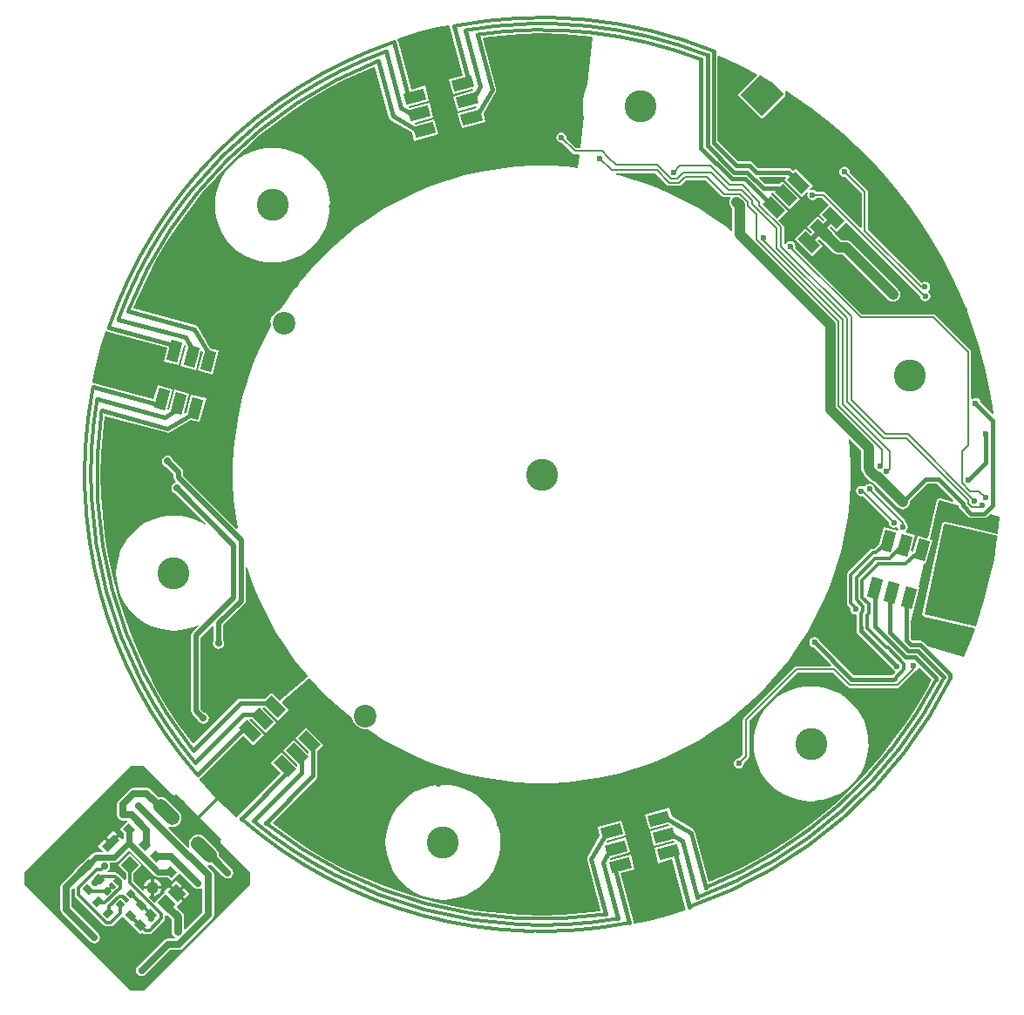
<source format=gtl>
G04 Layer_Physical_Order=1*
G04 Layer_Color=255*
%FSLAX44Y44*%
%MOMM*%
G71*
G01*
G75*
%ADD10C,0.3000*%
G04:AMPARAMS|DCode=11|XSize=1.4mm|YSize=1.1mm|CornerRadius=0mm|HoleSize=0mm|Usage=FLASHONLY|Rotation=135.000|XOffset=0mm|YOffset=0mm|HoleType=Round|Shape=Rectangle|*
%AMROTATEDRECTD11*
4,1,4,0.8839,-0.1061,0.1061,-0.8839,-0.8839,0.1061,-0.1061,0.8839,0.8839,-0.1061,0.0*
%
%ADD11ROTATEDRECTD11*%

G04:AMPARAMS|DCode=12|XSize=0.9mm|YSize=0.8mm|CornerRadius=0mm|HoleSize=0mm|Usage=FLASHONLY|Rotation=315.000|XOffset=0mm|YOffset=0mm|HoleType=Round|Shape=Rectangle|*
%AMROTATEDRECTD12*
4,1,4,-0.6010,0.0353,-0.0353,0.6010,0.6010,-0.0353,0.0353,-0.6010,-0.6010,0.0353,0.0*
%
%ADD12ROTATEDRECTD12*%

G04:AMPARAMS|DCode=13|XSize=0.9mm|YSize=0.7mm|CornerRadius=0mm|HoleSize=0mm|Usage=FLASHONLY|Rotation=315.000|XOffset=0mm|YOffset=0mm|HoleType=Round|Shape=Rectangle|*
%AMROTATEDRECTD13*
4,1,4,-0.5657,0.0707,-0.0707,0.5657,0.5657,-0.0707,0.0707,-0.5657,-0.5657,0.0707,0.0*
%
%ADD13ROTATEDRECTD13*%

G04:AMPARAMS|DCode=14|XSize=1.6mm|YSize=0.8mm|CornerRadius=0mm|HoleSize=0mm|Usage=FLASHONLY|Rotation=225.000|XOffset=0mm|YOffset=0mm|HoleType=Round|Shape=Rectangle|*
%AMROTATEDRECTD14*
4,1,4,0.2828,0.8485,0.8485,0.2828,-0.2828,-0.8485,-0.8485,-0.2828,0.2828,0.8485,0.0*
%
%ADD14ROTATEDRECTD14*%

G04:AMPARAMS|DCode=15|XSize=0.9mm|YSize=0.7mm|CornerRadius=0mm|HoleSize=0mm|Usage=FLASHONLY|Rotation=45.000|XOffset=0mm|YOffset=0mm|HoleType=Round|Shape=Rectangle|*
%AMROTATEDRECTD15*
4,1,4,-0.0707,-0.5657,-0.5657,-0.0707,0.0707,0.5657,0.5657,0.0707,-0.0707,-0.5657,0.0*
%
%ADD15ROTATEDRECTD15*%

G04:AMPARAMS|DCode=16|XSize=3mm|YSize=1.4mm|CornerRadius=0mm|HoleSize=0mm|Usage=FLASHONLY|Rotation=315.000|XOffset=0mm|YOffset=0mm|HoleType=Round|Shape=Round|*
%AMOVALD16*
21,1,1.6000,1.4000,0.0000,0.0000,315.0*
1,1,1.4000,-0.5657,0.5657*
1,1,1.4000,0.5657,-0.5657*
%
%ADD16OVALD16*%

G04:AMPARAMS|DCode=17|XSize=1.1mm|YSize=2mm|CornerRadius=0mm|HoleSize=0mm|Usage=FLASHONLY|Rotation=225.000|XOffset=0mm|YOffset=0mm|HoleType=Round|Shape=Rectangle|*
%AMROTATEDRECTD17*
4,1,4,-0.3182,1.0960,1.0960,-0.3182,0.3182,-1.0960,-1.0960,0.3182,-0.3182,1.0960,0.0*
%
%ADD17ROTATEDRECTD17*%

G04:AMPARAMS|DCode=18|XSize=1.1mm|YSize=2mm|CornerRadius=0mm|HoleSize=0mm|Usage=FLASHONLY|Rotation=285.000|XOffset=0mm|YOffset=0mm|HoleType=Round|Shape=Rectangle|*
%AMROTATEDRECTD18*
4,1,4,-1.1083,0.2724,0.8236,0.7901,1.1083,-0.2724,-0.8236,-0.7901,-1.1083,0.2724,0.0*
%
%ADD18ROTATEDRECTD18*%

G04:AMPARAMS|DCode=19|XSize=1.1mm|YSize=2mm|CornerRadius=0mm|HoleSize=0mm|Usage=FLASHONLY|Rotation=345.000|XOffset=0mm|YOffset=0mm|HoleType=Round|Shape=Rectangle|*
%AMROTATEDRECTD19*
4,1,4,-0.7901,-0.8236,-0.2724,1.1083,0.7901,0.8236,0.2724,-1.1083,-0.7901,-0.8236,0.0*
%
%ADD19ROTATEDRECTD19*%

%ADD20P,0.8485X4X270.0*%
G04:AMPARAMS|DCode=21|XSize=0.4mm|YSize=0.6mm|CornerRadius=0mm|HoleSize=0mm|Usage=FLASHONLY|Rotation=225.000|XOffset=0mm|YOffset=0mm|HoleType=Round|Shape=Rectangle|*
%AMROTATEDRECTD21*
4,1,4,-0.0707,0.3535,0.3535,-0.0707,0.0707,-0.3535,-0.3535,0.0707,-0.0707,0.3535,0.0*
%
%ADD21ROTATEDRECTD21*%

%ADD22C,0.7000*%
%ADD23C,0.6000*%
%ADD24C,0.4000*%
%ADD25C,0.3500*%
%ADD26C,0.5000*%
%ADD27C,0.2000*%
%ADD28C,1.0000*%
%ADD29C,0.8000*%
%ADD30C,1.2000*%
%ADD31P,1.6971X4X360.0*%
G04:AMPARAMS|DCode=32|XSize=2.1001mm|YSize=1.05mm|CornerRadius=0mm|HoleSize=0mm|Usage=FLASHONLY|Rotation=225.000|XOffset=0mm|YOffset=0mm|HoleType=Round|Shape=Round|*
%AMOVALD32*
21,1,1.0500,1.0500,0.0000,0.0000,225.0*
1,1,1.0500,0.3712,0.3712*
1,1,1.0500,-0.3712,-0.3712*
%
%ADD32OVALD32*%

%ADD33C,2.2502*%
%ADD34C,3.1000*%
%ADD35P,1.9799X4X270.0*%
%ADD36C,1.4000*%
%ADD37C,2.2000*%
%ADD38C,0.7000*%
%ADD39C,0.6000*%
%ADD40C,0.8000*%
G36*
X310431Y23238D02*
Y6364D01*
X310671Y4537D01*
X311376Y2834D01*
X311947Y2090D01*
X311984Y1809D01*
X312689Y106D01*
X313811Y-1356D01*
X319669Y-7214D01*
X321132Y-8336D01*
X322835Y-9042D01*
X322923Y-9053D01*
X345732Y-31862D01*
X347195Y-32984D01*
X348898Y-33690D01*
X350725Y-33930D01*
X352552Y-33690D01*
X354255Y-32984D01*
X355717Y-31862D01*
X356839Y-30400D01*
X357545Y-28697D01*
X357785Y-26870D01*
X357635Y-25728D01*
X374335Y-9028D01*
X383684D01*
X399834Y-25178D01*
X399198Y-26278D01*
X387258Y-23074D01*
X387240Y-23073D01*
X387224Y-23065D01*
X386843Y-23047D01*
X386464Y-23022D01*
X386447Y-23028D01*
X386429Y-23027D01*
X386071Y-23155D01*
X385710Y-23277D01*
X385697Y-23289D01*
X385680Y-23295D01*
X384591Y-23949D01*
X384578Y-23960D01*
X384561Y-23967D01*
X384283Y-24228D01*
X384002Y-24483D01*
X383994Y-24499D01*
X383981Y-24511D01*
X383825Y-24858D01*
X383662Y-25203D01*
X383661Y-25220D01*
X383654Y-25237D01*
X375267Y-61421D01*
X374178Y-62075D01*
X364976Y-59609D01*
X361113Y-74026D01*
X360020Y-75119D01*
X358920Y-74484D01*
X363044Y-59092D01*
X353568Y-56553D01*
X353341Y-55177D01*
X354330Y-54517D01*
X355435Y-52863D01*
X355823Y-50912D01*
X355435Y-48961D01*
X354330Y-47307D01*
X353784Y-46942D01*
Y-46669D01*
X353784Y-46669D01*
X353551Y-45498D01*
X352888Y-44506D01*
X352888Y-44506D01*
X323390Y-15008D01*
X323518Y-14364D01*
X323130Y-12413D01*
X322025Y-10759D01*
X320371Y-9654D01*
X318420Y-9266D01*
X316469Y-9654D01*
X314815Y-10759D01*
X314399Y-11381D01*
X312648Y-11739D01*
X312371Y-11553D01*
X310420Y-11165D01*
X308469Y-11553D01*
X306815Y-12659D01*
X305710Y-14312D01*
X305322Y-16263D01*
X305710Y-18214D01*
X306815Y-19868D01*
X308469Y-20973D01*
X310420Y-21361D01*
X312243Y-20999D01*
X337270Y-46025D01*
X337142Y-46669D01*
X337530Y-48620D01*
X338635Y-50274D01*
X340289Y-51379D01*
X342240Y-51767D01*
X344191Y-51379D01*
X344398Y-51241D01*
X345809Y-51825D01*
X346015Y-52863D01*
X346301Y-53291D01*
X345511Y-54394D01*
X332135Y-50809D01*
X327646Y-67562D01*
X323037Y-72171D01*
X321789D01*
X320326Y-72462D01*
X319086Y-73291D01*
X297423Y-94952D01*
X296595Y-96193D01*
X296304Y-97656D01*
Y-124764D01*
X296595Y-126228D01*
X297423Y-127468D01*
X299848Y-129893D01*
X299665Y-130815D01*
X300053Y-132766D01*
X301158Y-134419D01*
X302812Y-135525D01*
X304763Y-135913D01*
X305272Y-135812D01*
X306253Y-136617D01*
Y-147575D01*
X305998Y-148856D01*
Y-151685D01*
X305998Y-151685D01*
X306309Y-153245D01*
X307193Y-154569D01*
X340136Y-187512D01*
X340358Y-188627D01*
X341463Y-190281D01*
X342868Y-191219D01*
X343270Y-192613D01*
X341189Y-194695D01*
X340244Y-195326D01*
X302917D01*
X270097Y-162506D01*
X269875Y-161391D01*
X268770Y-159737D01*
X267116Y-158632D01*
X265165Y-158244D01*
X263214Y-158632D01*
X261560Y-159737D01*
X260455Y-161391D01*
X260067Y-163342D01*
X260455Y-165293D01*
X261560Y-166947D01*
X263214Y-168052D01*
X264329Y-168273D01*
X281328Y-185273D01*
X280842Y-186446D01*
X247488D01*
X247487Y-186446D01*
X246317Y-186679D01*
X245324Y-187342D01*
X245324Y-187342D01*
X196304Y-236362D01*
X195641Y-237355D01*
X195408Y-238525D01*
X195408Y-238526D01*
Y-272614D01*
X192270Y-275751D01*
X191626Y-275623D01*
X189675Y-276012D01*
X188021Y-277117D01*
X186916Y-278771D01*
X186528Y-280721D01*
X186916Y-282672D01*
X188021Y-284326D01*
X189675Y-285431D01*
X191626Y-285819D01*
X193577Y-285431D01*
X195231Y-284326D01*
X196336Y-282672D01*
X196724Y-280721D01*
X196596Y-280077D01*
X200629Y-276044D01*
X200630Y-276044D01*
X201293Y-275051D01*
X201525Y-273881D01*
X201525Y-273881D01*
Y-239792D01*
X248754Y-192563D01*
X282990D01*
X296994Y-206567D01*
X296994Y-206567D01*
X297986Y-207230D01*
X299156Y-207463D01*
X299157Y-207463D01*
X345725D01*
X345725Y-207463D01*
X346895Y-207230D01*
X347888Y-206567D01*
X363368Y-191087D01*
X363368Y-191087D01*
X363757Y-190504D01*
X364810Y-189801D01*
X365887Y-188189D01*
X366030Y-188012D01*
X367243Y-187749D01*
X379052Y-199557D01*
X374336Y-208504D01*
X364307Y-225569D01*
X353501Y-242154D01*
X341940Y-258221D01*
X329650Y-273738D01*
X316656Y-288670D01*
X302986Y-302986D01*
X288670Y-316656D01*
X273738Y-329650D01*
X258221Y-341940D01*
X242154Y-353501D01*
X225569Y-364307D01*
X208504Y-374336D01*
X190993Y-383566D01*
X173075Y-391978D01*
X162910Y-396188D01*
X161772Y-395626D01*
X148730Y-346956D01*
X148027Y-345529D01*
X146830Y-344480D01*
X146830Y-344480D01*
X126152Y-332541D01*
X123892Y-324106D01*
X100709Y-330318D01*
X104592Y-344807D01*
X122680Y-339960D01*
X123620Y-340630D01*
X123449Y-341824D01*
X105109Y-346739D01*
X108992Y-361227D01*
X128046Y-356122D01*
X128986Y-356792D01*
X128815Y-357986D01*
X109509Y-363159D01*
X113392Y-377648D01*
X126839Y-374045D01*
X139487Y-421248D01*
X139865Y-422015D01*
X139358Y-423506D01*
X123567Y-428485D01*
X104851Y-433500D01*
X90538Y-436673D01*
X89448Y-435614D01*
X89378Y-434545D01*
X76762Y-387463D01*
X90209Y-383860D01*
X86327Y-369371D01*
X67021Y-374544D01*
X66276Y-373595D01*
X66755Y-372545D01*
X85809Y-367439D01*
X81927Y-352950D01*
X63587Y-357865D01*
X62842Y-356916D01*
X63321Y-355865D01*
X81410Y-351018D01*
X77527Y-336530D01*
X54345Y-342741D01*
X56605Y-351176D01*
X44667Y-371854D01*
X44666Y-371854D01*
X44155Y-373361D01*
X44259Y-374949D01*
X57303Y-423630D01*
X56589Y-424681D01*
X39536Y-426660D01*
X19789Y-428030D01*
X0Y-428487D01*
X-19789Y-428030D01*
X-39536Y-426660D01*
X-59198Y-424378D01*
X-78734Y-421191D01*
X-98102Y-417106D01*
X-117261Y-412130D01*
X-136170Y-406275D01*
X-154788Y-399552D01*
X-173075Y-391978D01*
X-190993Y-383566D01*
X-208504Y-374336D01*
X-225569Y-364307D01*
X-242154Y-353501D01*
X-258221Y-341940D01*
X-261513Y-339333D01*
X-261586Y-338065D01*
X-219148Y-295626D01*
X-219148Y-295626D01*
X-218264Y-294303D01*
X-217953Y-292742D01*
X-217953Y-292742D01*
Y-268865D01*
X-211779Y-262690D01*
X-228749Y-245720D01*
X-239356Y-256326D01*
X-226114Y-269568D01*
X-226224Y-270717D01*
X-227344Y-271166D01*
X-240770Y-257740D01*
X-251376Y-268347D01*
X-237428Y-282296D01*
X-237538Y-283445D01*
X-238658Y-283894D01*
X-252791Y-269761D01*
X-263397Y-280368D01*
X-253553Y-290212D01*
X-294909Y-331567D01*
X-295514Y-332474D01*
X-296981Y-332852D01*
X-307812Y-322927D01*
X-314662Y-316077D01*
X-321513Y-309226D01*
X-332752Y-296961D01*
X-332400Y-295465D01*
X-331567Y-294908D01*
X-290212Y-253553D01*
X-280368Y-263397D01*
X-269761Y-252791D01*
X-283894Y-238658D01*
X-283445Y-237538D01*
X-282295Y-237428D01*
X-268347Y-251376D01*
X-257740Y-240770D01*
X-271166Y-227344D01*
X-270717Y-226224D01*
X-269568Y-226114D01*
X-256326Y-239356D01*
X-245720Y-228749D01*
X-252305Y-222164D01*
X-252259Y-220895D01*
X-226277Y-198421D01*
X-226170Y-198418D01*
X-225105Y-198509D01*
X-224831Y-198631D01*
X-218084Y-206180D01*
X-212132Y-212132D01*
X-206180Y-218084D01*
X-193628Y-229301D01*
X-184037Y-236950D01*
X-184033Y-237036D01*
X-183004Y-240301D01*
X-181164Y-243188D01*
X-178641Y-245500D01*
X-175604Y-247081D01*
X-172263Y-247822D01*
X-169337Y-247694D01*
X-166737Y-249539D01*
X-152483Y-258496D01*
X-137749Y-266639D01*
X-122582Y-273943D01*
X-107029Y-280385D01*
X-91139Y-285945D01*
X-74962Y-290605D01*
X-58550Y-294351D01*
X-41954Y-297171D01*
X-25225Y-299056D01*
X-8417Y-300000D01*
X8417Y-300000D01*
X25225Y-299056D01*
X41954Y-297171D01*
X58550Y-294351D01*
X74962Y-290605D01*
X91139Y-285945D01*
X107029Y-280385D01*
X122582Y-273943D01*
X137749Y-266639D01*
X152483Y-258496D01*
X166737Y-249539D01*
X180466Y-239797D01*
X193628Y-229301D01*
X206180Y-218084D01*
X212132Y-212132D01*
X218084Y-206180D01*
X229301Y-193628D01*
X239797Y-180466D01*
X249539Y-166737D01*
X258496Y-152483D01*
X266639Y-137749D01*
X273943Y-122582D01*
X280385Y-107029D01*
X285945Y-91139D01*
X290605Y-74962D01*
X294351Y-58550D01*
X297171Y-41954D01*
X299056Y-25225D01*
X300000Y-8417D01*
Y8417D01*
X299056Y25225D01*
X298079Y33894D01*
X299223Y34445D01*
X310431Y23238D01*
D02*
G37*
G36*
X-358965Y-310881D02*
X-358964Y-310881D01*
X-357972Y-311544D01*
X-356801Y-311777D01*
X-355631Y-311544D01*
X-354639Y-310881D01*
X-347685Y-317835D01*
X-311235Y-354285D01*
X-311898Y-355277D01*
X-312131Y-356448D01*
X-311898Y-357618D01*
X-311235Y-358611D01*
X-283666Y-386179D01*
X-283666Y-398646D01*
X-386874Y-501854D01*
X-399340D01*
X-502549Y-398646D01*
Y-386179D01*
X-399340Y-282971D01*
X-386874D01*
X-358965Y-310881D01*
D02*
G37*
G36*
X418125Y-53838D02*
X442921Y-59899D01*
X442706Y-61755D01*
X439381Y-82135D01*
X435119Y-102339D01*
X429929Y-122325D01*
X423820Y-142050D01*
X421819Y-147593D01*
X371844Y-136060D01*
X390720Y-48671D01*
X391789Y-47986D01*
X418125Y-53838D01*
D02*
G37*
G36*
X404455Y-29799D02*
X405011Y-30356D01*
X405254Y-31573D01*
X406138Y-32896D01*
X406138Y-32896D01*
X414309Y-41068D01*
X414309Y-41068D01*
X415632Y-41952D01*
X417193Y-42262D01*
X417193Y-42262D01*
X429921D01*
X429921Y-42262D01*
X431482Y-41952D01*
X432805Y-41068D01*
X432805Y-41068D01*
X435692Y-38180D01*
X445122Y-40710D01*
X445085Y-41243D01*
X443269Y-56905D01*
X442226Y-57630D01*
X418610Y-51857D01*
X418588Y-51856D01*
X418568Y-51847D01*
X392232Y-45995D01*
X392229Y-45995D01*
X392226Y-45993D01*
X391825Y-45986D01*
X391436Y-45977D01*
X391433Y-45978D01*
X391430Y-45978D01*
X391062Y-46122D01*
X390695Y-46265D01*
X390692Y-46267D01*
X390689Y-46268D01*
X389620Y-46953D01*
X389618Y-46955D01*
X389615Y-46957D01*
X389329Y-47234D01*
X389047Y-47505D01*
X389045Y-47508D01*
X389043Y-47510D01*
X388887Y-47870D01*
X388728Y-48234D01*
X388728Y-48237D01*
X388727Y-48240D01*
X369850Y-135630D01*
X369844Y-136014D01*
X369832Y-136397D01*
X369837Y-136411D01*
X369837Y-136426D01*
X369978Y-136783D01*
X370114Y-137141D01*
X370124Y-137152D01*
X370130Y-137165D01*
X370397Y-137442D01*
X370660Y-137721D01*
X370673Y-137727D01*
X370683Y-137737D01*
X371035Y-137890D01*
X371385Y-138047D01*
X420189Y-149310D01*
X420797Y-150425D01*
X416808Y-161472D01*
X410128Y-177598D01*
X375408Y-167408D01*
X370600Y-162600D01*
X369277Y-161716D01*
X367716Y-161406D01*
X367716Y-161406D01*
X360213D01*
X358339Y-159531D01*
Y-143484D01*
X360749Y-133087D01*
X360830Y-133038D01*
X360830D01*
X367042Y-109856D01*
X366186Y-109627D01*
X371403Y-87123D01*
X372491Y-86470D01*
X373253Y-86674D01*
X379465Y-63492D01*
X377031Y-62839D01*
X385640Y-25697D01*
X386729Y-25044D01*
X404455Y-29799D01*
D02*
G37*
G36*
X-89461Y435642D02*
X-89393Y434603D01*
X-76762Y387463D01*
X-90209Y383860D01*
X-86327Y369371D01*
X-67021Y374544D01*
X-66276Y373595D01*
X-66755Y372545D01*
X-85809Y367439D01*
X-81927Y352950D01*
X-63587Y357865D01*
X-62842Y356916D01*
X-63321Y355865D01*
X-81410Y351018D01*
X-77527Y336530D01*
X-54345Y342741D01*
X-56605Y351176D01*
X-44667Y371854D01*
X-44666Y371854D01*
X-44155Y373361D01*
X-44259Y374949D01*
X-44259Y374949D01*
X-57303Y423630D01*
X-56589Y424681D01*
X-39536Y426660D01*
X-19789Y428030D01*
X0Y428487D01*
X19789Y428030D01*
X39536Y426660D01*
X49021Y425559D01*
X49809Y424563D01*
X44531Y379575D01*
X44125Y378752D01*
X41776Y371832D01*
X40351Y364664D01*
X39873Y357372D01*
X40351Y350079D01*
X40804Y347802D01*
X37232Y317357D01*
X33451D01*
X24062Y326746D01*
X24190Y327390D01*
X23802Y329341D01*
X22697Y330995D01*
X21043Y332100D01*
X19092Y332488D01*
X17141Y332100D01*
X15487Y330995D01*
X14382Y329341D01*
X13994Y327390D01*
X14382Y325439D01*
X15487Y323786D01*
X17141Y322681D01*
X19092Y322293D01*
X19736Y322421D01*
X30021Y312136D01*
X30021Y312136D01*
X31013Y311473D01*
X32184Y311240D01*
X32184Y311240D01*
X35559D01*
X36403Y310291D01*
X34956Y297960D01*
X25225Y299056D01*
X8417Y300000D01*
X-8417D01*
X-25225Y299056D01*
X-41954Y297171D01*
X-58550Y294351D01*
X-74962Y290605D01*
X-91139Y285945D01*
X-107029Y280385D01*
X-122582Y273943D01*
X-137749Y266639D01*
X-152483Y258496D01*
X-166737Y249539D01*
X-180466Y239797D01*
X-193628Y229301D01*
X-206180Y218084D01*
X-212132Y212132D01*
X-218084Y206180D01*
X-229301Y193628D01*
X-239797Y180466D01*
X-249539Y166737D01*
X-254070Y159525D01*
X-255857Y158962D01*
X-258744Y157123D01*
X-261057Y154599D01*
X-262637Y151563D01*
X-263378Y148221D01*
X-263229Y144801D01*
X-263051Y144239D01*
X-266639Y137749D01*
X-273943Y122582D01*
X-280385Y107029D01*
X-285945Y91139D01*
X-290605Y74962D01*
X-294351Y58550D01*
X-297171Y41954D01*
X-299056Y25225D01*
X-300000Y8417D01*
Y-8417D01*
X-299056Y-25225D01*
X-297171Y-41954D01*
X-295462Y-52013D01*
X-296590Y-52596D01*
X-348258Y-928D01*
Y2121D01*
X-348607Y3877D01*
X-349602Y5366D01*
X-358064Y13828D01*
X-358272Y14874D01*
X-359488Y16693D01*
X-361307Y17909D01*
X-363453Y18336D01*
X-365599Y17909D01*
X-367418Y16693D01*
X-368634Y14874D01*
X-369061Y12728D01*
X-368634Y10582D01*
X-367418Y8763D01*
X-365599Y7547D01*
X-364552Y7339D01*
X-357434Y221D01*
Y-2828D01*
X-357085Y-4584D01*
X-356091Y-6073D01*
X-355276Y-6887D01*
X-355645Y-8103D01*
X-356407Y-8254D01*
X-358226Y-9470D01*
X-359441Y-11289D01*
X-359868Y-13435D01*
X-359441Y-15581D01*
X-358226Y-17400D01*
X-356407Y-18616D01*
X-355360Y-18824D01*
X-326173Y-48012D01*
X-326982Y-48998D01*
X-329437Y-47358D01*
X-335991Y-44125D01*
X-342912Y-41776D01*
X-350079Y-40351D01*
X-357372Y-39873D01*
X-364664Y-40351D01*
X-371832Y-41776D01*
X-378752Y-44125D01*
X-385307Y-47358D01*
X-391383Y-51418D01*
X-396878Y-56237D01*
X-401696Y-61731D01*
X-405756Y-67807D01*
X-408988Y-74362D01*
X-411338Y-81282D01*
X-412763Y-88450D01*
X-413241Y-95742D01*
X-412763Y-103035D01*
X-411338Y-110202D01*
X-408988Y-117123D01*
X-405756Y-123677D01*
X-401696Y-129754D01*
X-396878Y-135248D01*
X-391383Y-140067D01*
X-385307Y-144127D01*
X-378752Y-147359D01*
X-371832Y-149708D01*
X-364664Y-151134D01*
X-357372Y-151612D01*
X-350079Y-151134D01*
X-342912Y-149708D01*
X-335991Y-147359D01*
X-333782Y-146269D01*
X-333042Y-147302D01*
X-339120Y-153380D01*
X-340115Y-154868D01*
X-340464Y-156624D01*
Y-229810D01*
X-340115Y-231565D01*
X-339120Y-233054D01*
X-334194Y-237980D01*
X-333985Y-239027D01*
X-332770Y-240846D01*
X-330951Y-242062D01*
X-328805Y-242488D01*
X-326659Y-242062D01*
X-324839Y-240846D01*
X-323624Y-239027D01*
X-323197Y-236881D01*
X-323624Y-234735D01*
X-324839Y-232915D01*
X-326659Y-231700D01*
X-327705Y-231492D01*
X-331288Y-227909D01*
Y-158525D01*
X-319606Y-146843D01*
X-318433Y-147329D01*
Y-160905D01*
X-319025Y-161792D01*
X-319452Y-163938D01*
X-319025Y-166084D01*
X-317810Y-167903D01*
X-315991Y-169119D01*
X-313845Y-169546D01*
X-311699Y-169119D01*
X-309879Y-167903D01*
X-308664Y-166084D01*
X-308237Y-163938D01*
X-308664Y-161792D01*
X-309256Y-160905D01*
Y-146393D01*
X-288878Y-126014D01*
X-287883Y-124525D01*
X-287534Y-122770D01*
Y-90167D01*
X-286276Y-89990D01*
X-285945Y-91139D01*
X-280385Y-107029D01*
X-273943Y-122582D01*
X-266639Y-137749D01*
X-258496Y-152483D01*
X-249539Y-166737D01*
X-239797Y-180466D01*
X-229301Y-193628D01*
X-227529Y-195611D01*
X-227611Y-196878D01*
X-254410Y-220059D01*
X-262690Y-211779D01*
X-268865Y-217953D01*
X-292742Y-217953D01*
X-292742Y-217953D01*
X-294303Y-218264D01*
X-295626Y-219148D01*
X-338065Y-261586D01*
X-339333Y-261513D01*
X-341940Y-258221D01*
X-353501Y-242154D01*
X-364307Y-225569D01*
X-374336Y-208504D01*
X-383566Y-190993D01*
X-391978Y-173075D01*
X-399552Y-154788D01*
X-406275Y-136170D01*
X-412130Y-117261D01*
X-417106Y-98102D01*
X-421191Y-78734D01*
X-424378Y-59198D01*
X-426660Y-39536D01*
X-428030Y-19789D01*
X-428487Y0D01*
X-428030Y19789D01*
X-426660Y39536D01*
X-424759Y55917D01*
X-423708Y56630D01*
X-364342Y40724D01*
X-362755Y40619D01*
X-361248Y41131D01*
X-361248Y41131D01*
X-340569Y53070D01*
X-332135Y50809D01*
X-325923Y73992D01*
X-340412Y77874D01*
X-345259Y59786D01*
X-346309Y59307D01*
X-347258Y60052D01*
X-342344Y78392D01*
X-356833Y82274D01*
X-361938Y63220D01*
X-362989Y62741D01*
X-363937Y63486D01*
X-358764Y82792D01*
X-373253Y86674D01*
X-376856Y73227D01*
X-434740Y88736D01*
X-435793Y88805D01*
X-436858Y89900D01*
X-434033Y103140D01*
X-428810Y123061D01*
X-423873Y138877D01*
X-422407Y139312D01*
X-421482Y138856D01*
X-421468Y138853D01*
X-363438Y123303D01*
X-367042Y109856D01*
X-352553Y105974D01*
X-347380Y125280D01*
X-346186Y125450D01*
X-345515Y124510D01*
X-350621Y105456D01*
X-336132Y101574D01*
X-331218Y119914D01*
X-330024Y120085D01*
X-329353Y119144D01*
X-334200Y101056D01*
X-319711Y97174D01*
X-313500Y120356D01*
X-321934Y122616D01*
X-333873Y143294D01*
X-333873Y143295D01*
X-334922Y144491D01*
X-336349Y145195D01*
X-336350D01*
X-395885Y161147D01*
X-396446Y162286D01*
X-391978Y173075D01*
X-383566Y190993D01*
X-374336Y208504D01*
X-364307Y225569D01*
X-353501Y242154D01*
X-341940Y258221D01*
X-329650Y273738D01*
X-316656Y288670D01*
X-302986Y302986D01*
X-288670Y316656D01*
X-273738Y329650D01*
X-258221Y341940D01*
X-242154Y353501D01*
X-225569Y364307D01*
X-208504Y374336D01*
X-190993Y383566D01*
X-173075Y391978D01*
X-162911Y396188D01*
X-161772Y395626D01*
X-148730Y346956D01*
X-148027Y345529D01*
X-146830Y344480D01*
X-146830Y344480D01*
X-126152Y332541D01*
X-123892Y324106D01*
X-100709Y330318D01*
X-104592Y344807D01*
X-122680Y339960D01*
X-123620Y340630D01*
X-123449Y341824D01*
X-105109Y346739D01*
X-108992Y361227D01*
X-128046Y356122D01*
X-128986Y356792D01*
X-128815Y357986D01*
X-109509Y363159D01*
X-113392Y377648D01*
X-126839Y374045D01*
X-139472Y421194D01*
X-139984Y422232D01*
X-139602Y423679D01*
X-121418Y429278D01*
X-101477Y434424D01*
X-90560Y436710D01*
X-89461Y435642D01*
D02*
G37*
G36*
X216905Y384843D02*
X224985Y380262D01*
X234830Y370451D01*
X234831Y369181D01*
X232638Y366988D01*
X213900Y348250D01*
X193040Y369110D01*
X211779Y387848D01*
X216905Y384843D01*
D02*
G37*
G36*
X121681Y281287D02*
X121681Y281287D01*
X122674Y280623D01*
X123844Y280391D01*
X133543D01*
X133543Y280390D01*
X134713Y280623D01*
X135706Y281287D01*
X140567Y286148D01*
X159246D01*
X175100Y270294D01*
X176092Y269631D01*
X177262Y269399D01*
X183037D01*
X183598Y268260D01*
X183390Y267988D01*
X182684Y266285D01*
X182444Y264457D01*
X182684Y262630D01*
X183390Y260927D01*
X184512Y259465D01*
X185273Y258704D01*
Y237428D01*
X184128Y236877D01*
X180466Y239797D01*
X166737Y249539D01*
X152483Y258496D01*
X137749Y266639D01*
X122582Y273943D01*
X107029Y280385D01*
X91139Y285945D01*
X74962Y290605D01*
X72174Y291242D01*
X72317Y292512D01*
X110456D01*
X121681Y281287D01*
D02*
G37*
G36*
X178155Y404374D02*
X195716Y396185D01*
X208913Y389315D01*
X209106Y388060D01*
X191598Y370552D01*
X191156Y369890D01*
X191001Y369110D01*
X191156Y368329D01*
X191598Y367668D01*
X191598Y367668D01*
X212458Y346808D01*
X212458Y346808D01*
X213120Y346366D01*
X213900Y346211D01*
X214680Y346366D01*
X215342Y346808D01*
X234080Y365546D01*
X234080Y365546D01*
X236273Y367739D01*
X236273Y367740D01*
X236274Y367741D01*
X236496Y368073D01*
X236715Y368401D01*
X236715Y368402D01*
X236716Y368402D01*
X236792Y368786D01*
X236870Y369181D01*
X236870Y369182D01*
X236870Y369183D01*
X236869Y370453D01*
X236869Y370454D01*
X236869Y370455D01*
X236791Y370844D01*
X236713Y371233D01*
X236713Y371234D01*
X236712Y371235D01*
X236495Y371559D01*
X236271Y371894D01*
X236350Y371996D01*
X237043Y372861D01*
X246025Y367139D01*
X261897Y356025D01*
X277269Y344230D01*
X292112Y331775D01*
X306398Y318685D01*
X313248Y311834D01*
X320099Y304984D01*
X333189Y290698D01*
X345644Y275855D01*
X357439Y260483D01*
X368553Y244611D01*
X378964Y228269D01*
X388652Y211488D01*
X397599Y194302D01*
X405788Y176741D01*
X413203Y158840D01*
X419830Y140632D01*
X425657Y122152D01*
X430671Y103436D01*
X434865Y84519D01*
X438230Y65437D01*
X439059Y59142D01*
X437920Y58580D01*
X426367Y70132D01*
X426146Y71247D01*
X425040Y72901D01*
X423386Y74006D01*
X421436Y74394D01*
X419485Y74006D01*
X418451Y73315D01*
X417180Y73994D01*
Y119249D01*
X417180Y119249D01*
X416948Y120419D01*
X416285Y121412D01*
X416285Y121412D01*
X383041Y154655D01*
X382049Y155318D01*
X380878Y155551D01*
X380878Y155551D01*
X311223D01*
X246329Y220444D01*
X246575Y221678D01*
X246187Y223629D01*
X245082Y225283D01*
X243428Y226388D01*
X241477Y226776D01*
X239526Y226388D01*
X237872Y225283D01*
X237213Y224297D01*
X235681Y223909D01*
X235564Y223939D01*
X235333Y224111D01*
Y240780D01*
X235100Y241951D01*
X234437Y242943D01*
X230205Y247175D01*
X239356Y256326D01*
X223307Y272375D01*
X223769Y273553D01*
X224837Y273674D01*
X240770Y257740D01*
X251376Y268347D01*
X234406Y285318D01*
X231060Y281971D01*
X217357D01*
X211131Y288198D01*
X211616Y289371D01*
X236663D01*
X237189Y288101D01*
X235820Y286732D01*
X252791Y269761D01*
X257405Y274375D01*
X258391Y273566D01*
X258334Y273480D01*
X257946Y271529D01*
X258334Y269578D01*
X259439Y267924D01*
X261093Y266819D01*
X263044Y266431D01*
X264995Y266819D01*
X266649Y267924D01*
X267013Y268470D01*
X272383D01*
X278912Y261942D01*
X269761Y252791D01*
X275002Y247550D01*
X273588Y246136D01*
X268347Y251376D01*
X257740Y240770D01*
X262981Y235529D01*
X261567Y234115D01*
X256326Y239356D01*
X245720Y228749D01*
X262690Y211779D01*
X273297Y222385D01*
X268056Y227626D01*
X269470Y229040D01*
X274711Y223799D01*
X275022Y224110D01*
X283507Y215625D01*
X284969Y214503D01*
X286672Y213797D01*
X288500Y213557D01*
X292646D01*
X336187Y170016D01*
X337649Y168895D01*
X339352Y168189D01*
X341179Y167949D01*
X343006Y168189D01*
X344709Y168895D01*
X346171Y170016D01*
X347294Y171479D01*
X347999Y173182D01*
X348239Y175009D01*
X347999Y176836D01*
X347294Y178539D01*
X346171Y180001D01*
X300563Y225610D01*
X299101Y226732D01*
X297398Y227437D01*
X295571Y227678D01*
X291424D01*
X285007Y234095D01*
X285318Y234406D01*
X280077Y239647D01*
X281491Y241061D01*
X286732Y235820D01*
X295883Y244971D01*
X367558Y173295D01*
X367547Y173241D01*
X367935Y171290D01*
X369040Y169636D01*
X370694Y168531D01*
X372645Y168143D01*
X374596Y168531D01*
X376250Y169636D01*
X377355Y171290D01*
X377743Y173241D01*
X377355Y175192D01*
X376250Y176846D01*
X375792Y177152D01*
Y178193D01*
X375947Y178576D01*
X376991Y180140D01*
X377379Y182090D01*
X376991Y184041D01*
X375886Y185695D01*
X374232Y186800D01*
X372281Y187188D01*
X370330Y186800D01*
X369150Y186012D01*
X317014Y238148D01*
Y274357D01*
X317014Y274357D01*
X316781Y275528D01*
X316118Y276520D01*
X316118Y276520D01*
X299126Y293512D01*
X299254Y294156D01*
X298866Y296107D01*
X297761Y297761D01*
X296107Y298866D01*
X294156Y299254D01*
X292206Y298866D01*
X290552Y297761D01*
X289447Y296107D01*
X289058Y294156D01*
X289447Y292206D01*
X290552Y290552D01*
X292206Y289447D01*
X294156Y289058D01*
X294800Y289187D01*
X310897Y273090D01*
Y240268D01*
X309723Y239782D01*
X275813Y273692D01*
X274821Y274355D01*
X273650Y274588D01*
X273650Y274588D01*
X267013D01*
X266649Y275134D01*
X264995Y276239D01*
X263044Y276627D01*
X261093Y276239D01*
X261007Y276182D01*
X260197Y277168D01*
X263397Y280368D01*
X246427Y297338D01*
X244007Y294919D01*
X242593Y296333D01*
X242593Y296333D01*
X241270Y297217D01*
X239709Y297528D01*
X239709Y297528D01*
X210286D01*
X204409Y303404D01*
X203086Y304288D01*
X201525Y304599D01*
X201525Y304599D01*
X190487D01*
X170935Y324151D01*
Y406222D01*
X171991Y406927D01*
X178155Y404374D01*
D02*
G37*
%LPC*%
G36*
X-95742Y-301502D02*
X-103035Y-301980D01*
X-110202Y-303406D01*
X-117123Y-305755D01*
X-123677Y-308987D01*
X-129754Y-313048D01*
X-135248Y-317866D01*
X-140067Y-323360D01*
X-144127Y-329437D01*
X-147359Y-335991D01*
X-149708Y-342912D01*
X-151134Y-350079D01*
X-151612Y-357372D01*
X-151134Y-364664D01*
X-149708Y-371832D01*
X-147359Y-378752D01*
X-144127Y-385307D01*
X-140067Y-391383D01*
X-135248Y-396878D01*
X-129754Y-401696D01*
X-123677Y-405756D01*
X-117123Y-408988D01*
X-110202Y-411338D01*
X-103035Y-412763D01*
X-95742Y-413241D01*
X-88450Y-412763D01*
X-81282Y-411338D01*
X-74362Y-408988D01*
X-67807Y-405756D01*
X-61731Y-401696D01*
X-56237Y-396878D01*
X-51418Y-391383D01*
X-47358Y-385307D01*
X-44125Y-378752D01*
X-41776Y-371832D01*
X-40351Y-364664D01*
X-39873Y-357372D01*
X-40351Y-350079D01*
X-41776Y-342912D01*
X-44125Y-335991D01*
X-47358Y-329437D01*
X-51418Y-323360D01*
X-56237Y-317866D01*
X-61731Y-313048D01*
X-67807Y-308987D01*
X-74362Y-305755D01*
X-81282Y-303406D01*
X-88450Y-301980D01*
X-95742Y-301502D01*
D02*
G37*
G36*
X261630Y-205760D02*
X254337Y-206238D01*
X247169Y-207664D01*
X240249Y-210013D01*
X233695Y-213245D01*
X227618Y-217305D01*
X222124Y-222124D01*
X217305Y-227618D01*
X213245Y-233695D01*
X210013Y-240249D01*
X207664Y-247169D01*
X206238Y-254337D01*
X205760Y-261630D01*
X206238Y-268922D01*
X207664Y-276090D01*
X210013Y-283010D01*
X213245Y-289564D01*
X217305Y-295641D01*
X222124Y-301135D01*
X227618Y-305954D01*
X233695Y-310014D01*
X240249Y-313246D01*
X247169Y-315595D01*
X254337Y-317021D01*
X261630Y-317499D01*
X268922Y-317021D01*
X276090Y-315595D01*
X283010Y-313246D01*
X289564Y-310014D01*
X295641Y-305954D01*
X301135Y-301135D01*
X305954Y-295641D01*
X310014Y-289564D01*
X313246Y-283010D01*
X315595Y-276090D01*
X317021Y-268922D01*
X317499Y-261630D01*
X317021Y-254337D01*
X315595Y-247169D01*
X313246Y-240249D01*
X310014Y-233695D01*
X305954Y-227618D01*
X301135Y-222124D01*
X295641Y-217305D01*
X289564Y-213245D01*
X283010Y-210013D01*
X276090Y-207664D01*
X268922Y-206238D01*
X261630Y-205760D01*
D02*
G37*
G36*
X-416148Y-346088D02*
X-422540Y-352480D01*
X-418977Y-356044D01*
X-412584Y-349652D01*
X-416148Y-346088D01*
D02*
G37*
G36*
X-383621Y-304475D02*
X-396349D01*
X-398495Y-304901D01*
X-400314Y-306117D01*
X-410921Y-316723D01*
X-412137Y-318543D01*
X-412564Y-320689D01*
Y-330588D01*
X-412137Y-332734D01*
X-410921Y-334554D01*
X-409102Y-335769D01*
X-406956Y-336196D01*
X-403046D01*
X-402520Y-337466D01*
X-409784Y-344730D01*
X-406043Y-348471D01*
Y-354397D01*
X-407313Y-354923D01*
X-410463Y-351773D01*
X-417916Y-359226D01*
X-418977Y-358166D01*
X-420037Y-359226D01*
X-424662Y-354602D01*
X-431054Y-360994D01*
X-426012Y-366036D01*
X-426498Y-367210D01*
X-433119D01*
X-435070Y-367598D01*
X-436724Y-368703D01*
X-439552Y-371531D01*
X-440190Y-370893D01*
X-446913Y-377616D01*
X-447330Y-377895D01*
X-447609Y-378313D01*
X-454332Y-385036D01*
X-454055Y-385313D01*
X-466075Y-397334D01*
X-467291Y-399153D01*
X-467718Y-401299D01*
Y-422512D01*
X-467291Y-424658D01*
X-466075Y-426478D01*
X-438498Y-454055D01*
X-436679Y-455270D01*
X-434533Y-455697D01*
X-432387Y-455270D01*
X-430568Y-454055D01*
X-429352Y-452235D01*
X-428925Y-450089D01*
X-429352Y-447943D01*
X-430568Y-446124D01*
X-456502Y-420189D01*
Y-403622D01*
X-454558Y-401678D01*
X-453288Y-402204D01*
Y-408708D01*
X-453017Y-410073D01*
X-452243Y-411231D01*
X-425373Y-438101D01*
X-424216Y-438875D01*
X-422850Y-439146D01*
X-418607D01*
X-417242Y-438875D01*
X-416084Y-438101D01*
X-407261Y-429278D01*
X-398824Y-437715D01*
X-398824Y-437715D01*
X-389632Y-446907D01*
X-387912Y-445188D01*
X-387559Y-445542D01*
X-386401Y-446315D01*
X-385036Y-446587D01*
X-380793D01*
X-379427Y-446315D01*
X-378270Y-445542D01*
X-366956Y-434228D01*
X-366182Y-433070D01*
X-365911Y-431705D01*
Y-428584D01*
X-364641Y-428058D01*
X-363822Y-428876D01*
X-363552Y-428606D01*
X-359687Y-432471D01*
Y-444079D01*
X-359221Y-446420D01*
X-357895Y-448405D01*
X-356143Y-449576D01*
X-356302Y-450715D01*
X-356354Y-450846D01*
X-363115D01*
X-365261Y-451273D01*
X-367080Y-452488D01*
X-392536Y-477944D01*
X-393752Y-479763D01*
X-394179Y-481909D01*
X-393752Y-484055D01*
X-392536Y-485874D01*
X-390717Y-487090D01*
X-388571Y-487517D01*
X-386425Y-487090D01*
X-384606Y-485874D01*
X-360792Y-462061D01*
X-352509D01*
X-350363Y-461634D01*
X-348543Y-460419D01*
X-319890Y-431765D01*
X-318674Y-429946D01*
X-318247Y-427800D01*
Y-389227D01*
X-318674Y-387081D01*
X-319890Y-385262D01*
X-324546Y-380605D01*
X-323953Y-379403D01*
X-322441Y-379602D01*
X-320830Y-379390D01*
X-309098Y-391122D01*
X-307278Y-392338D01*
X-305133Y-392765D01*
X-302987Y-392338D01*
X-301167Y-391122D01*
X-299952Y-389303D01*
X-299525Y-387157D01*
X-299952Y-385011D01*
X-301167Y-383192D01*
X-313418Y-370941D01*
X-313363Y-370524D01*
X-313672Y-368175D01*
X-314579Y-365985D01*
X-316022Y-364105D01*
X-327336Y-352791D01*
X-329216Y-351349D01*
X-331405Y-350442D01*
X-333754Y-350133D01*
X-336104Y-350442D01*
X-338293Y-351349D01*
X-340173Y-352791D01*
X-341616Y-354672D01*
X-342523Y-356861D01*
X-342832Y-359210D01*
X-342523Y-361560D01*
X-342239Y-362244D01*
X-343316Y-362963D01*
X-362963Y-343316D01*
X-362244Y-342239D01*
X-361560Y-342523D01*
X-359210Y-342832D01*
X-356861Y-342523D01*
X-354672Y-341616D01*
X-352791Y-340173D01*
X-351349Y-338293D01*
X-350442Y-336104D01*
X-350133Y-333754D01*
X-350442Y-331405D01*
X-351349Y-329216D01*
X-352791Y-327336D01*
X-364105Y-316022D01*
X-365985Y-314579D01*
X-368175Y-313672D01*
X-370524Y-313363D01*
X-371909Y-313545D01*
X-379740Y-306035D01*
X-380614Y-305477D01*
X-381475Y-304901D01*
X-381534Y-304890D01*
X-381584Y-304858D01*
X-382605Y-304677D01*
X-383621Y-304475D01*
D02*
G37*
%LPD*%
G36*
X-376266Y-389701D02*
X-374612Y-390806D01*
X-372661Y-391194D01*
X-363321D01*
X-359580Y-394935D01*
X-351862Y-387217D01*
X-337720Y-401359D01*
X-335900Y-402575D01*
X-333754Y-403002D01*
X-331608Y-402575D01*
X-330733Y-401990D01*
X-329463Y-402669D01*
Y-425477D01*
X-346278Y-442293D01*
X-347452Y-441807D01*
Y-429937D01*
X-347917Y-427596D01*
X-349244Y-425611D01*
X-354900Y-419954D01*
X-353598Y-418651D01*
X-353216Y-419033D01*
X-348591Y-414409D01*
X-355337Y-407663D01*
X-362083Y-400917D01*
X-366707Y-405542D01*
X-366325Y-405924D01*
X-376148Y-415746D01*
X-381106Y-410789D01*
X-380386Y-409712D01*
X-380337Y-409733D01*
X-379607Y-409829D01*
Y-402912D01*
X-386524D01*
X-386427Y-403642D01*
X-386407Y-403691D01*
X-387484Y-404411D01*
X-396539Y-395356D01*
Y-387158D01*
X-388794Y-379412D01*
X-400107Y-368099D01*
X-411421Y-379412D01*
X-403676Y-387158D01*
Y-393591D01*
X-404946Y-394117D01*
X-411552Y-387510D01*
X-411873Y-387800D01*
X-413031Y-387026D01*
X-414396Y-386754D01*
X-421601Y-386754D01*
X-421986Y-385484D01*
X-421006Y-384829D01*
X-419790Y-383010D01*
X-419363Y-380864D01*
X-419790Y-378718D01*
X-419919Y-378526D01*
X-419320Y-377406D01*
X-415441D01*
X-413490Y-377018D01*
X-411836Y-375912D01*
X-400946Y-365022D01*
X-376266Y-389701D01*
D02*
G37*
%LPC*%
G36*
X-347531Y-401978D02*
X-352155Y-406602D01*
X-346470Y-412287D01*
X-341846Y-407663D01*
X-347531Y-401978D01*
D02*
G37*
G36*
X-379607Y-392996D02*
X-380337Y-393092D01*
X-382414Y-393953D01*
X-384198Y-395322D01*
X-385567Y-397106D01*
X-386427Y-399183D01*
X-386524Y-399912D01*
X-379607D01*
Y-392996D01*
D02*
G37*
G36*
X-376607D02*
Y-399912D01*
X-369691D01*
X-369787Y-399183D01*
X-370648Y-397106D01*
X-372016Y-395322D01*
X-373801Y-393953D01*
X-375878Y-393092D01*
X-376607Y-392996D01*
D02*
G37*
G36*
X-369691Y-402912D02*
X-376607D01*
Y-409829D01*
X-375878Y-409733D01*
X-373801Y-408872D01*
X-372016Y-407503D01*
X-370648Y-405719D01*
X-369787Y-403642D01*
X-369691Y-402912D01*
D02*
G37*
G36*
X-355337Y-394171D02*
X-359962Y-398796D01*
X-354276Y-404481D01*
X-349652Y-399856D01*
X-355337Y-394171D01*
D02*
G37*
G36*
X-261630Y317499D02*
X-268922Y317021D01*
X-276090Y315595D01*
X-283010Y313246D01*
X-289564Y310014D01*
X-295641Y305954D01*
X-301135Y301135D01*
X-305954Y295641D01*
X-310014Y289564D01*
X-313246Y283010D01*
X-315595Y276090D01*
X-317021Y268922D01*
X-317499Y261630D01*
X-317021Y254337D01*
X-315595Y247169D01*
X-313246Y240249D01*
X-310014Y233695D01*
X-305954Y227618D01*
X-301135Y222124D01*
X-295641Y217305D01*
X-289564Y213245D01*
X-283010Y210013D01*
X-276090Y207664D01*
X-268922Y206238D01*
X-261630Y205760D01*
X-254337Y206238D01*
X-247169Y207664D01*
X-240249Y210013D01*
X-233695Y213245D01*
X-227618Y217305D01*
X-222124Y222124D01*
X-217305Y227618D01*
X-213245Y233695D01*
X-210013Y240249D01*
X-207664Y247169D01*
X-206238Y254337D01*
X-205760Y261630D01*
X-206238Y268922D01*
X-207664Y276090D01*
X-210013Y283010D01*
X-213245Y289564D01*
X-217305Y295641D01*
X-222124Y301135D01*
X-227618Y305954D01*
X-233695Y310014D01*
X-240249Y313246D01*
X-247169Y315595D01*
X-254337Y317021D01*
X-261630Y317499D01*
D02*
G37*
%LPD*%
D10*
X-431849Y73147D02*
G03*
X-336889Y-279910I431849J-73147D01*
G01*
X-268234Y-338636D02*
G03*
X62537Y-427450I268234J338636D01*
G01*
X143479Y-420178D02*
G03*
X397972Y-196861I-143479J420178D01*
G01*
X151430Y-410990D02*
G03*
X391049Y-197292I-151430J410990D01*
G01*
X-435910Y84370D02*
G03*
X-334495Y-291975I435910J-84370D01*
G01*
X-427630Y61291D02*
G03*
X-338779Y-268053I427630J-61291D01*
G01*
X154320Y403497D02*
G03*
X-62528Y427451I-154320J-403497D01*
G01*
X159319Y-401549D02*
G03*
X383208Y-199439I-159319J401549D01*
G01*
X166879Y411446D02*
G03*
X-84898Y435808I-166879J-411446D01*
G01*
X-159154Y401614D02*
G03*
X-401732Y158857I159154J-401614D01*
G01*
X-158971Y401687D02*
G03*
X-159154Y401614I158971J-401687D01*
G01*
X-151324Y411029D02*
G03*
X-410946Y151550I151324J-411029D01*
G01*
X-420412Y142792D02*
G03*
X-420504Y142520I420412J-142792D01*
G01*
X-143431Y420195D02*
G03*
X-420412Y142792I143431J-420195D01*
G01*
X-280122Y-336713D02*
G03*
X74039Y-431697I280122J336713D01*
G01*
X160501Y407533D02*
G03*
X-74039Y431697I-160501J-407533D01*
G01*
X-292025Y-334451D02*
G03*
X85457Y-435698I292025J334451D01*
G01*
X-432765Y-416502D02*
X-424280D01*
X-409431Y-426401D02*
Y-417916D01*
X-418607Y-435578D02*
X-409431Y-426401D01*
X-422850Y-435578D02*
X-418607D01*
X-449720Y-408708D02*
X-422850Y-435578D01*
X-449720Y-408708D02*
Y-401637D01*
X-432094Y-384010D01*
X-428117D01*
X-424971Y-380864D01*
X-400107Y-396834D02*
Y-379412D01*
X-399531Y-429230D02*
X-391753Y-437008D01*
X-429937Y-393167D02*
X-427093Y-390323D01*
X-414396Y-390323D02*
X-411552Y-393167D01*
X-427093Y-390323D02*
X-414396Y-390323D01*
X-400945Y-427816D02*
X-399531Y-429230D01*
X-406956Y-409784D02*
X-404127Y-412613D01*
X-410491Y-409784D02*
X-406956D01*
X-420391Y-419684D02*
X-410491Y-409784D01*
X-420391Y-425341D02*
Y-419684D01*
X-380793Y-443018D02*
X-369479Y-431705D01*
X-440543Y-403774D02*
X-439129Y-405188D01*
X-422159D01*
X-389985Y-438069D02*
X-385036Y-443018D01*
X-391399Y-436654D02*
X-389985Y-438069D01*
X-385036Y-443018D02*
X-380793D01*
X-369479Y-431705D02*
Y-427462D01*
X-400107Y-396834D02*
X-369479Y-427462D01*
X-400945Y-427816D02*
Y-426401D01*
X-390339Y-417209D02*
Y-415795D01*
X-398824Y-407309D02*
X-390339Y-415795D01*
X-409820Y-402042D02*
Y-396314D01*
X-411552Y-394581D02*
X-409820Y-396314D01*
X-424280Y-416502D02*
X-409820Y-402042D01*
X-422159Y-405188D02*
X-416855Y-399885D01*
X-411552Y-394581D02*
Y-393167D01*
X-422159Y-427108D02*
X-421082Y-426032D01*
X-420391Y-425341D01*
X-336583Y-336583D02*
X-306884Y-306884D01*
X-390339Y-417209D02*
X-380086Y-427462D01*
D11*
X-354276Y-406602D02*
D03*
X-364883Y-417209D02*
D03*
D12*
X-380086Y-428169D02*
D03*
X-389985Y-438069D02*
D03*
X-386096Y-359933D02*
D03*
X-400946Y-345084D02*
D03*
X-374782Y-371247D02*
D03*
X-359933Y-386096D02*
D03*
D13*
X-388925Y-418623D02*
D03*
X-399531Y-429230D02*
D03*
X-429937Y-393167D02*
D03*
X-440543Y-403774D02*
D03*
D14*
X-418977Y-358166D02*
D03*
X-443018Y-382207D02*
D03*
D15*
X-431689Y-415425D02*
D03*
X-421082Y-426032D02*
D03*
D16*
X-364867Y-328098D02*
D03*
X-328098Y-364867D02*
D03*
D17*
X271529Y237588D02*
D03*
X283550Y249609D02*
D03*
X259508Y225567D02*
D03*
X225567Y259508D02*
D03*
X249609Y283550D02*
D03*
X237588Y271529D02*
D03*
X-271529Y-237588D02*
D03*
X-283550Y-249609D02*
D03*
X-259508Y-225567D02*
D03*
X-225567Y-259508D02*
D03*
X-249609Y-283550D02*
D03*
X-237588Y-271529D02*
D03*
D18*
X-72277Y363301D02*
D03*
X-76677Y379721D02*
D03*
X-67877Y346880D02*
D03*
X-114242Y334457D02*
D03*
X-123041Y367298D02*
D03*
X-118642Y350877D02*
D03*
X72277Y-363301D02*
D03*
X76677Y-379721D02*
D03*
X67877Y-346880D02*
D03*
X114242Y-334457D02*
D03*
X123041Y-367298D02*
D03*
X118642Y-350877D02*
D03*
D19*
X-340271Y115106D02*
D03*
X-356691Y119506D02*
D03*
X-323850Y110706D02*
D03*
X-336273Y64342D02*
D03*
X-369115Y73142D02*
D03*
X-352694Y68742D02*
D03*
X340271Y-115106D02*
D03*
X356691Y-119506D02*
D03*
X323850Y-110706D02*
D03*
X336273Y-64342D02*
D03*
X369115Y-73142D02*
D03*
X352694Y-68742D02*
D03*
D20*
X-422159Y-405188D02*
D03*
X-411552Y-394581D02*
D03*
X-398824Y-407309D02*
D03*
X-409431Y-417916D02*
D03*
D21*
X-416855Y-399885D02*
D03*
X-404127Y-412613D02*
D03*
D22*
X-359902Y-371247D02*
X-333754Y-397394D01*
X-374782Y-371247D02*
X-359902D01*
X-352509Y-456453D02*
X-323855Y-427800D01*
Y-389227D01*
X-341692Y-371390D02*
X-323855Y-389227D01*
X-383621Y-310082D02*
X-365574Y-327391D01*
X-396349Y-310082D02*
X-383621D01*
X-462110Y-422512D02*
X-434533Y-450089D01*
X-462110Y-422512D02*
Y-401299D01*
X-443018Y-382207D01*
X-433826Y-397056D02*
X-429937Y-393167D01*
X-391896Y-322314D02*
Y-321730D01*
Y-322314D02*
X-342819Y-371390D01*
X-341692D01*
X-406956Y-320689D02*
X-396349Y-310082D01*
X-406956Y-330588D02*
Y-320689D01*
X-386096Y-359933D02*
X-383621Y-357458D01*
Y-345438D01*
X-398471Y-330588D02*
X-383621Y-345438D01*
X-406956Y-330588D02*
X-398471D01*
X-363115Y-456453D02*
X-352509D01*
X-388571Y-481909D02*
X-363115Y-456453D01*
X-328098Y-364867D02*
X-327422D01*
X-305133Y-387157D01*
D23*
X-433119Y-372308D02*
X-415441D01*
X-442311Y-381500D02*
X-433119Y-372308D01*
X-415441D02*
X-400946Y-357812D01*
X-443018Y-382207D02*
X-442311Y-381500D01*
X-440897D01*
X-372661Y-386096D02*
X-359933D01*
X-400946Y-357812D02*
X-372661Y-386096D01*
X-400946Y-345084D02*
X-400946Y-349680D01*
Y-357812D02*
Y-349680D01*
X-380086Y-430998D02*
Y-427462D01*
X-443725Y-381500D02*
X-442311D01*
D24*
X128837Y-365745D02*
X143426Y-420192D01*
X-72277Y363301D02*
X-66481Y364854D01*
X-59411Y377101D01*
X-67877Y346880D02*
X-63048Y348174D01*
X-48198Y373894D01*
X-85454Y435659D02*
X-70882Y381274D01*
X-62503Y427281D02*
X-48198Y373894D01*
X-124437Y349324D02*
X-118642Y350877D01*
X-136685Y356395D02*
X-124437Y349324D01*
X-119071Y333162D02*
X-114242Y334457D01*
X-144791Y348012D02*
X-119071Y333162D01*
X-143412Y420138D02*
X-128837Y365745D01*
X-354247Y62946D02*
X-352694Y68742D01*
X-366494Y55875D02*
X-354247Y62946D01*
X-431789Y73370D02*
X-366494Y55875D01*
X-337567Y59512D02*
X-336273Y64342D01*
X-363287Y44663D02*
X-337567Y59512D01*
X-435796Y84797D02*
X-370668Y67346D01*
X-427477Y61862D02*
X-363287Y44663D01*
X-337405Y141255D02*
X-322556Y115536D01*
X-401823Y158516D02*
X-337405Y141255D01*
X-323850Y110706D02*
X-322556Y115536D01*
X-340271Y115106D02*
X-338718Y120902D01*
X-345789Y133149D02*
X-338718Y120902D01*
X-411181Y150671D02*
X-345789Y133149D01*
X-275772Y-233345D02*
X-271529Y-237588D01*
X-289914Y-233345D02*
X-275772Y-233345D01*
X-336583Y-280014D02*
X-289914Y-233345D01*
X-263044Y-222031D02*
X-259508Y-225567D01*
X-292742Y-222031D02*
X-263044Y-222031D01*
X-334451Y-292025D02*
X-287792Y-245366D01*
X-338704Y-267994D02*
X-292742Y-222031D01*
X59411Y-377101D02*
X66482Y-364854D01*
X72277Y-363301D01*
X63048Y-348174D02*
X67877Y-346880D01*
X48198Y-373894D02*
X63048Y-348174D01*
X70882Y-381274D02*
X85438Y-435601D01*
X48198Y-373894D02*
X62522Y-427350D01*
X118642Y-350877D02*
X124437Y-349324D01*
X136685Y-356395D01*
X151321Y-411019D01*
X114242Y-334457D02*
X119071Y-333162D01*
X144791Y-348012D01*
X159148Y-401595D01*
X-267994Y-338704D02*
X-222031Y-292742D01*
Y-263044D01*
X-225567Y-259508D02*
X-222031Y-263044D01*
X-280014Y-336583D02*
X-233345Y-289914D01*
Y-275772D01*
X-237588Y-271529D02*
X-233345Y-275772D01*
X166856Y322462D02*
Y411446D01*
X160856Y319976D02*
Y407533D01*
X166856Y322462D02*
X188797Y300520D01*
X201525D01*
X208596Y293449D01*
X197283Y287792D02*
X225567Y259508D01*
X184555Y287792D02*
X197283D01*
X154856Y317491D02*
X184555Y287792D01*
X160856Y319976D02*
X187040Y293792D01*
X199768D01*
X215667Y277893D01*
X154856Y317491D02*
Y403497D01*
X396935Y-195825D02*
Y-194693D01*
X391040Y-188797D02*
X396935Y-194693D01*
X391030Y-188797D02*
X391040D01*
X366988Y-173241D02*
X390467Y-196720D01*
X367716Y-165484D02*
X391030Y-188797D01*
X358524Y-165484D02*
X367716D01*
X354260Y-161220D02*
X358524Y-165484D01*
X354260Y-161220D02*
Y-121937D01*
X356691Y-119506D01*
X390467Y-196720D02*
X390477D01*
X366988Y-173241D02*
X366988D01*
X365231Y-171484D02*
X366988Y-173241D01*
X356039Y-171484D02*
X365231D01*
X337997Y-153442D02*
X356039Y-171484D01*
X337997Y-153442D02*
Y-117380D01*
X340271Y-115106D01*
X383163Y-199394D02*
Y-197901D01*
X362746Y-177484D02*
X383163Y-197901D01*
X353553Y-177484D02*
X362746D01*
X323850Y-147780D02*
X353553Y-177484D01*
X323850Y-147780D02*
Y-110706D01*
X341886Y-199404D02*
X342986Y-198304D01*
X301227Y-199404D02*
X341886D01*
X310077Y-151685D02*
X345068Y-186676D01*
X310077Y-151685D02*
Y-148856D01*
X239709Y293449D02*
X249609Y283550D01*
X208596Y293449D02*
X239709D01*
X215667Y277893D02*
X231224D01*
X237588Y271529D01*
X350725Y-26870D02*
X372645Y-4950D01*
X421436Y69296D02*
X438406Y52326D01*
X265165Y-163342D02*
X301227Y-199404D01*
X431335Y11314D02*
Y39598D01*
X414365Y-5657D02*
X431335Y11314D01*
X429921Y-38184D02*
X438406Y-29699D01*
Y52326D01*
X372645Y-4950D02*
X385373D01*
X409021Y-28598D01*
Y-30012D02*
Y-28598D01*
Y-30012D02*
X417193Y-38184D01*
X429921D01*
X-159154Y401614D02*
X-144791Y348012D01*
X-159160Y401636D02*
X-159154Y401614D01*
X-151338Y411081D02*
X-151324Y411029D01*
X-136685Y356395D01*
X-420412Y142792D02*
X-355139Y125302D01*
X-420430Y142797D02*
X-420412Y142792D01*
X59411Y-377101D02*
X74039Y-431697D01*
X74039Y-431697D01*
X-74039Y431697D02*
Y431697D01*
X-74040Y431701D02*
X-74039Y431697D01*
Y431697D02*
X-59411Y377101D01*
X-292025Y-334451D02*
X-245366Y-287792D01*
D25*
X300127Y-124764D02*
Y-97656D01*
X321789Y-75994D01*
X305627Y-121779D02*
Y-99934D01*
X324067Y-81494D01*
X305627Y-121779D02*
X312220Y-128372D01*
X324621Y-75994D02*
X336273Y-64342D01*
X321789Y-75994D02*
X324621D01*
X338231Y-81494D02*
X347924Y-71801D01*
X324067Y-81494D02*
X338231D01*
X327370Y-86994D02*
X353552D01*
X311127Y-103238D02*
X327370Y-86994D01*
X311127Y-119501D02*
Y-103238D01*
Y-119501D02*
X317720Y-126094D01*
X342986Y-198304D02*
X351818Y-189472D01*
Y-183880D01*
X336229Y-168291D02*
X351818Y-183880D01*
X335169Y-168291D02*
X336229D01*
X316109Y-149232D02*
X335169Y-168291D01*
X316109Y-149232D02*
Y-136793D01*
X310077Y-135047D02*
X312220Y-132904D01*
X310077Y-148856D02*
Y-135047D01*
X353552Y-86994D02*
X364345Y-76201D01*
X304763Y-130815D02*
X305470Y-130108D01*
X312220Y-132904D02*
Y-128372D01*
X317720Y-135182D02*
Y-126094D01*
X316109Y-136793D02*
X317720Y-135182D01*
X300127Y-124764D02*
X305470Y-130108D01*
D26*
X-313845Y-163938D02*
Y-144492D01*
X-292122Y-122770D01*
Y-63553D01*
X-352846Y-2828D02*
X-292122Y-63553D01*
X-352846Y-2828D02*
Y2121D01*
X-335876Y-229810D02*
X-328805Y-236881D01*
X-335876Y-229810D02*
Y-156624D01*
X-299122Y-119870D01*
Y-68574D01*
X-354260Y-13435D02*
X-299122Y-68574D01*
X271529Y237588D02*
X283550Y249609D01*
X271529Y237588D02*
X271529D01*
X259508Y225567D02*
X271529Y237588D01*
Y237588D01*
X-363453Y12728D02*
X-352846Y2121D01*
D27*
X355573Y38992D02*
X420021Y-25456D01*
X182434Y281429D02*
X195161D01*
X337997Y5657D02*
Y22627D01*
X328804Y7778D02*
X330926Y9900D01*
X361205Y-188924D02*
Y-186196D01*
X345725Y-204404D02*
X361205Y-188924D01*
X299156Y-204404D02*
X345725D01*
X292278Y68347D02*
X337997Y22627D01*
X313955Y236881D02*
Y274357D01*
X294156Y294156D02*
X313955Y274357D01*
X263044Y271529D02*
X273650D01*
X284257Y-189505D02*
X299156Y-204404D01*
X288278Y66690D02*
X330926Y24042D01*
X335169Y2828D02*
X337997Y5657D01*
X191626Y-280721D02*
X198467Y-273881D01*
Y-238525D01*
X247487Y-189505D01*
X284257D01*
X313955Y236881D02*
X368746Y182090D01*
X372281D01*
X310420Y-16263D02*
X311834D01*
X342240Y-46669D01*
X319612Y-15556D02*
X350725Y-46669D01*
Y-50912D02*
Y-46669D01*
X319612Y-15556D02*
X319612D01*
X318420Y-14364D02*
X319612Y-15556D01*
X330926Y9900D02*
Y24042D01*
X380878Y152492D02*
X414122Y119249D01*
X416486Y-16264D02*
X424971D01*
X431335Y-22627D01*
X300622Y72236D02*
X333865Y38992D01*
X355573D01*
X309956Y152492D02*
X380878D01*
X300622Y72236D02*
Y153341D01*
X58442Y314298D02*
X63983Y308758D01*
X64099D01*
X181748Y276457D02*
X194475D01*
X228274Y220032D02*
Y239123D01*
Y220032D02*
X296622Y151684D01*
Y70579D02*
Y151684D01*
Y70579D02*
X332208Y34992D01*
X353917D01*
X414021Y-25113D01*
Y-27941D02*
Y-25113D01*
Y-27941D02*
X417536Y-31456D01*
X426749D01*
X427800Y-30406D01*
X195161Y281429D02*
X211607Y264983D01*
X194475Y276457D02*
X204333Y266599D01*
Y263065D02*
Y266599D01*
Y263065D02*
X228274Y239123D01*
X232274Y221688D02*
Y240780D01*
X211607Y261448D02*
Y264983D01*
Y261448D02*
X232274Y240780D01*
X288278Y66690D02*
Y148714D01*
X192818Y272457D02*
X200333Y264942D01*
Y261408D02*
Y264942D01*
X160513Y289207D02*
X177262Y272457D01*
X192818D01*
X164999Y293207D02*
X181748Y276457D01*
X164049Y299813D02*
X182434Y281429D01*
X134350Y299813D02*
X164049D01*
X139300Y289207D02*
X160513D01*
X137643Y293207D02*
X164999D01*
X127986Y293449D02*
X134350Y299813D01*
X125501Y287449D02*
X131886D01*
X137643Y293207D01*
X123844Y283449D02*
X133543D01*
X139300Y289207D01*
X72236Y300622D02*
X112329D01*
X125501Y287449D01*
X64099Y308758D02*
X72236Y300622D01*
X56568Y306884D02*
X67881Y295571D01*
X111723D01*
X123844Y283449D01*
X32184Y314298D02*
X58442D01*
X19092Y327390D02*
X32184Y314298D01*
X414122Y28042D02*
Y119249D01*
X408365Y-8142D02*
Y22284D01*
Y-8142D02*
X416486Y-16264D01*
X408365Y22284D02*
X414122Y28042D01*
X208596Y228396D02*
X288278Y148714D01*
X208596Y228396D02*
Y253144D01*
X200333Y261408D02*
X208596Y253144D01*
X232274Y221688D02*
X300622Y153341D01*
X292278Y68347D02*
Y150371D01*
X215668Y226981D02*
X292278Y150371D01*
X215668Y226981D02*
Y229810D01*
X273650Y271529D02*
X372292Y172888D01*
X241123Y221324D02*
X309956Y152492D01*
D28*
X317491Y6364D02*
X318804Y5051D01*
X295571Y220617D02*
X341179Y175009D01*
X288500Y220617D02*
X295571D01*
X271529Y237588D02*
X288500Y220617D01*
X318804Y3636D02*
Y5051D01*
Y3636D02*
X324662Y-2222D01*
X326077D01*
X350725Y-26870D01*
X192333Y233345D02*
Y261629D01*
Y233345D02*
X280278Y145400D01*
Y63376D02*
Y145400D01*
Y63376D02*
X317491Y26163D01*
Y6364D02*
Y26163D01*
X189504Y264457D02*
X192333Y261629D01*
D29*
X-353569Y-444079D02*
Y-429937D01*
X-364176Y-419330D02*
X-353569Y-429937D01*
D30*
X-378107Y-401413D02*
D03*
D31*
X-400107Y-379412D02*
D03*
D32*
X300343Y266049D02*
D03*
X266049Y300343D02*
D03*
D33*
X278246Y329157D02*
D03*
X329157Y278246D02*
D03*
D34*
X357372Y95742D02*
D03*
X261630Y-261630D02*
D03*
X-95742Y-357372D02*
D03*
X-357372Y-95742D02*
D03*
X-261630Y261630D02*
D03*
X95742Y357372D02*
D03*
X0Y0D02*
D03*
D35*
X213900Y360978D02*
D03*
D36*
X196222Y343300D02*
D03*
D37*
X-171120Y-234760D02*
D03*
X-250316Y147078D02*
D03*
D38*
X-417000Y-466000D02*
D03*
X-415000Y-307000D02*
D03*
X-424971Y-380864D02*
D03*
X-313845Y-163938D02*
D03*
X-354260Y-13435D02*
D03*
X-328805Y-236881D02*
D03*
X280014Y-123037D02*
D03*
X-363453Y12728D02*
D03*
X226274Y369110D02*
D03*
X219203Y376181D02*
D03*
X200818Y369110D02*
D03*
X207889Y376181D02*
D03*
X-470000Y-360000D02*
D03*
X-350000Y-320000D02*
D03*
X-219999Y-340000D02*
D03*
X-209999Y-360000D02*
D03*
X-199999Y-340000D02*
D03*
X-209999Y-320000D02*
D03*
X-179999Y-380000D02*
D03*
X-189999Y-360000D02*
D03*
X-179999Y-340000D02*
D03*
X-159999Y-380000D02*
D03*
X-169999Y-360000D02*
D03*
X-159999Y-340000D02*
D03*
X-169999Y-320000D02*
D03*
X-159999Y-300000D02*
D03*
X-149999Y-320000D02*
D03*
X-139999Y-300000D02*
D03*
X-119999D02*
D03*
X-129999Y-280000D02*
D03*
X-99999Y-300000D02*
D03*
X-79999D02*
D03*
X-59999Y-420000D02*
D03*
Y-300000D02*
D03*
X-39999Y-420000D02*
D03*
X-49999Y-400000D02*
D03*
X-39999Y-380000D02*
D03*
Y-340000D02*
D03*
X-49999Y-320000D02*
D03*
X-39999Y-300000D02*
D03*
X-19999Y-420000D02*
D03*
X-29999Y-400000D02*
D03*
X-19999Y-380000D02*
D03*
X-29999Y-360000D02*
D03*
X-19999Y-340000D02*
D03*
X-29999Y-320000D02*
D03*
X1Y-420000D02*
D03*
X-9999Y-400000D02*
D03*
X1Y-380000D02*
D03*
X-9999Y-360000D02*
D03*
X1Y-340000D02*
D03*
X-9999Y-320000D02*
D03*
X20001Y-420000D02*
D03*
X10001Y-400000D02*
D03*
X20001Y-380000D02*
D03*
X10001Y-360000D02*
D03*
X20001Y-340000D02*
D03*
X10001Y-320000D02*
D03*
X40001Y-420000D02*
D03*
X30001Y-400000D02*
D03*
X40001Y-380000D02*
D03*
X30001Y-360000D02*
D03*
X40001Y-340000D02*
D03*
X30001Y-320000D02*
D03*
X40001Y-300000D02*
D03*
X50001Y-320000D02*
D03*
X60001Y-300000D02*
D03*
X70001Y-320000D02*
D03*
X80001Y-300000D02*
D03*
X100001Y-420000D02*
D03*
X90001Y-400000D02*
D03*
X100001Y-380000D02*
D03*
X90001Y-360000D02*
D03*
Y-320000D02*
D03*
X100001Y-300000D02*
D03*
X120001Y-420000D02*
D03*
X110001Y-400000D02*
D03*
X120001Y-380000D02*
D03*
X110001Y-320000D02*
D03*
X130001Y-400000D02*
D03*
X140001Y-300000D02*
D03*
X130001Y-280000D02*
D03*
X160001Y-340000D02*
D03*
X150001Y-320000D02*
D03*
X160001Y-260000D02*
D03*
X180001Y-380000D02*
D03*
Y-340000D02*
D03*
X170001Y-320000D02*
D03*
X180001Y-260000D02*
D03*
X200001Y-300000D02*
D03*
X190001Y-240000D02*
D03*
X210001Y-360000D02*
D03*
Y-320000D02*
D03*
X240001Y-340000D02*
D03*
X230001Y-320000D02*
D03*
X250001D02*
D03*
Y-200000D02*
D03*
X270001Y-320000D02*
D03*
X320001Y-260000D02*
D03*
X360001Y220000D02*
D03*
X370001Y160000D02*
D03*
X380001Y220000D02*
D03*
X400001Y180000D02*
D03*
X390001Y200000D02*
D03*
X410001Y160000D02*
D03*
D39*
X-366000Y-398000D02*
D03*
X-333754Y-397394D02*
D03*
X381838Y-145664D02*
D03*
X420021Y-25456D02*
D03*
X328804Y7778D02*
D03*
X361205Y-186196D02*
D03*
X345068Y-186676D02*
D03*
X313955Y-46669D02*
D03*
X364867Y-42426D02*
D03*
X431335Y-22627D02*
D03*
X421436Y69296D02*
D03*
X310420Y-16263D02*
D03*
X-397056Y-488980D02*
D03*
X-459282Y-365944D02*
D03*
X-314325Y-396349D02*
D03*
X-434533Y-450089D02*
D03*
X-386450Y-386450D02*
D03*
X-433826Y-397056D02*
D03*
X-341692Y-371390D02*
D03*
X-380086Y-430998D02*
D03*
X-388571Y-481909D02*
D03*
X-353569Y-444079D02*
D03*
X-391896Y-321730D02*
D03*
X-406956Y-330588D02*
D03*
X-305133Y-387157D02*
D03*
X265165Y-163342D02*
D03*
X414365Y-5657D02*
D03*
X431335Y39598D02*
D03*
X294156Y294156D02*
D03*
X263044Y271529D02*
D03*
X191626Y-280721D02*
D03*
X335169Y2828D02*
D03*
X350725Y-50912D02*
D03*
X342240Y-46669D02*
D03*
X333754Y-48083D02*
D03*
X372281Y182090D02*
D03*
X372645Y173241D02*
D03*
X304763Y-130815D02*
D03*
X318420Y-14364D02*
D03*
X377595Y-35355D02*
D03*
X267286Y-149907D02*
D03*
X130108Y277186D02*
D03*
X173241Y255266D02*
D03*
X427800Y-30406D02*
D03*
X241477Y221678D02*
D03*
X56568Y306884D02*
D03*
X289914Y199404D02*
D03*
X434871Y-68589D02*
D03*
X127986Y293449D02*
D03*
X19092Y327390D02*
D03*
X-477500Y-387500D02*
D03*
X215668Y229810D02*
D03*
D40*
X312541Y295571D02*
D03*
X294863Y313248D02*
D03*
X214253Y338704D02*
D03*
X175362Y346482D02*
D03*
X183848Y354968D02*
D03*
X214253Y320319D02*
D03*
X205768Y311834D02*
D03*
X196576Y321026D02*
D03*
X205061Y329512D02*
D03*
X341179Y175009D02*
D03*
X350725Y-26870D02*
D03*
X189504Y264457D02*
D03*
X-304000Y-220000D02*
D03*
X-357000Y-189000D02*
D03*
X-365000Y-173000D02*
D03*
X-373000Y-156000D02*
D03*
X-351000Y-167000D02*
D03*
X-321000Y-222000D02*
D03*
X33941Y379009D02*
D03*
X32527Y362039D02*
D03*
X32000Y345000D02*
D03*
X0Y308000D02*
D03*
X-20000Y308000D02*
D03*
X342500Y255000D02*
D03*
Y237500D02*
D03*
X360000D02*
D03*
X322500Y255000D02*
D03*
X392500Y167500D02*
D03*
X-405000Y-55000D02*
D03*
X-397500Y-40000D02*
D03*
X-405000Y-25000D02*
D03*
X-397500Y-10000D02*
D03*
X-405000Y5000D02*
D03*
X-397500Y20000D02*
D03*
X-405000Y35000D02*
D03*
X-382500Y-40000D02*
D03*
X-390000Y-25000D02*
D03*
X-375000Y35000D02*
D03*
X-352500Y170000D02*
D03*
X-345000Y-205000D02*
D03*
X-337500Y170000D02*
D03*
X-322500D02*
D03*
X-330000Y185000D02*
D03*
X-322500Y200000D02*
D03*
X-330000Y215000D02*
D03*
X-322500Y230000D02*
D03*
X-315000Y185000D02*
D03*
X-307500Y200000D02*
D03*
X-315000Y215000D02*
D03*
X-300000Y185000D02*
D03*
X-292500Y200000D02*
D03*
X-300000Y215000D02*
D03*
X-277500Y140000D02*
D03*
Y200000D02*
D03*
X-270000Y155000D02*
D03*
X-262500Y200000D02*
D03*
X-255000Y185000D02*
D03*
X-247500Y200000D02*
D03*
X-240000Y185000D02*
D03*
X-232500Y200000D02*
D03*
X-225000Y215000D02*
D03*
X-202500Y230000D02*
D03*
Y260000D02*
D03*
X-195000Y245000D02*
D03*
X-187500Y260000D02*
D03*
X-195000Y275000D02*
D03*
X-180000Y245000D02*
D03*
X-97500Y380000D02*
D03*
X-30000Y305000D02*
D03*
X-7500Y380000D02*
D03*
X30000Y335000D02*
D03*
M02*

</source>
